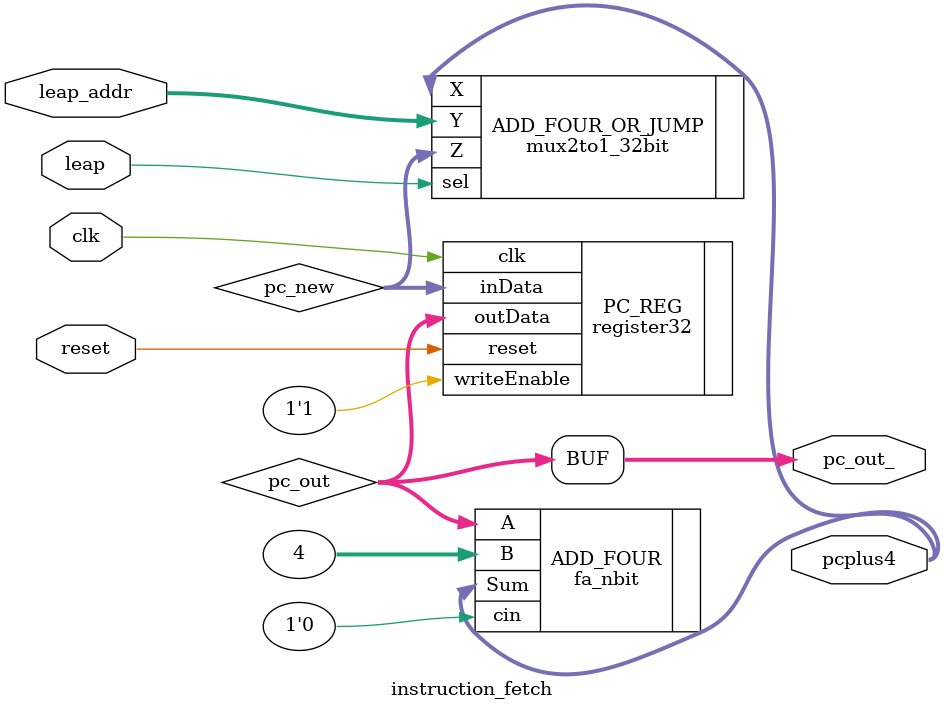
<source format=v>
module instruction_fetch(leap_addr, leap, clk, reset, pcplus4, pc_out_);
    input [0:31] leap_addr;
    input leap, clk, reset;
    output [0:31] pcplus4,pc_out_;
    
    // output [0:31] instruction;
    
    wire [0:31] pc_out;
    wire [0:31] pc_new;
    
    
    register32 PC_REG(
        .inData(pc_new),
        .clk(clk),
        .writeEnable(1'b1),
        .reset(reset),
        .outData(pc_out)
    );
    
    assign pc_out_ = pc_out;
    
    fa_nbit ADD_FOUR(
        .A(pc_out),
        .B(32'd4),
        .cin(1'b0),
        .Sum(pcplus4)
    );
    
    mux2to1_32bit ADD_FOUR_OR_JUMP(
        .X(pcplus4),
        .Y(leap_addr),
        .sel(leap),
        .Z(pc_new)
    );
    
    // imem I_MEM (.addr(pc_out),.instr(instruction));
    
endmodule
</source>
